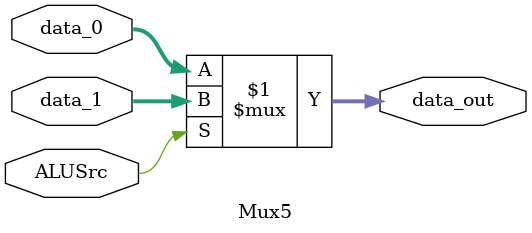
<source format=v>
module Mux5(data_out, data_0, data_1, ALUSrc);

input 	[31:0] data_0;
input 	[31:0] data_1;
input	ALUSrc;

output	[31:0] data_out;

assign  	data_out = (ALUSrc)?	data_1 : data_0;

endmodule
</source>
